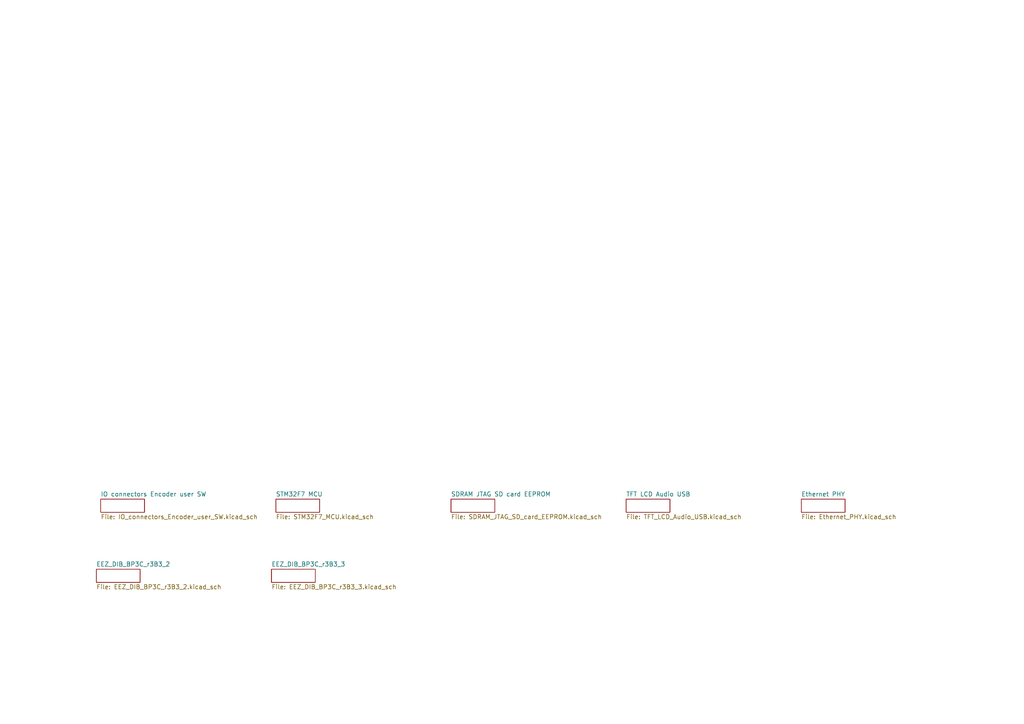
<source format=kicad_sch>
(kicad_sch (version 20211123) (generator eeschema)
  (paper "A4")
  (lib_symbols)
  (sheet (at 80.01 144.78) (size 12.7 3.81)
    (property "Sheet name" "STM32F7 MCU" (at 80.01 144.0684 0) (effects (justify left bottom)))
    (property "Sheet file" "STM32F7_MCU.kicad_sch" (at 80.01 149.1746 0) (effects (justify left top)))
  )
  (sheet (at 27.94 165.1) (size 12.7 3.81)
    (property "Sheet name" "EEZ_DIB_BP3C_r3B3_2" (at 27.94 164.3884 0) (effects (justify left bottom)))
    (property "Sheet file" "EEZ_DIB_BP3C_r3B3_2.kicad_sch" (at 27.94 169.4946 0) (effects (justify left top)))
  )
  (sheet (at 181.61 144.78) (size 12.7 3.81)
    (property "Sheet name" "TFT LCD Audio USB" (at 181.61 144.0684 0) (effects (justify left bottom)))
    (property "Sheet file" "TFT_LCD_Audio_USB.kicad_sch" (at 181.61 149.1746 0) (effects (justify left top)))
  )
  (sheet (at 29.21 144.78) (size 12.7 3.81)
    (property "Sheet name" "IO connectors Encoder user SW" (at 29.21 144.0684 0) (effects (justify left bottom)))
    (property "Sheet file" "IO_connectors_Encoder_user_SW.kicad_sch" (at 29.21 149.1746 0) (effects (justify left top)))
  )
  (sheet (at 78.74 165.1) (size 12.7 3.81)
    (property "Sheet name" "EEZ_DIB_BP3C_r3B3_3" (at 78.74 164.3884 0) (effects (justify left bottom)))
    (property "Sheet file" "EEZ_DIB_BP3C_r3B3_3.kicad_sch" (at 78.74 169.4946 0) (effects (justify left top)))
  )
  (sheet (at 130.81 144.78) (size 12.7 3.81)
    (property "Sheet name" "SDRAM JTAG SD card EEPROM" (at 130.81 144.0684 0) (effects (justify left bottom)))
    (property "Sheet file" "SDRAM_JTAG_SD_card_EEPROM.kicad_sch" (at 130.81 149.1746 0) (effects (justify left top)))
  )
  (sheet (at 232.41 144.78) (size 12.7 3.81)
    (property "Sheet name" "Ethernet PHY" (at 232.41 144.0684 0) (effects (justify left bottom)))
    (property "Sheet file" "Ethernet_PHY.kicad_sch" (at 232.41 149.1746 0) (effects (justify left top)))
  )
)
</source>
